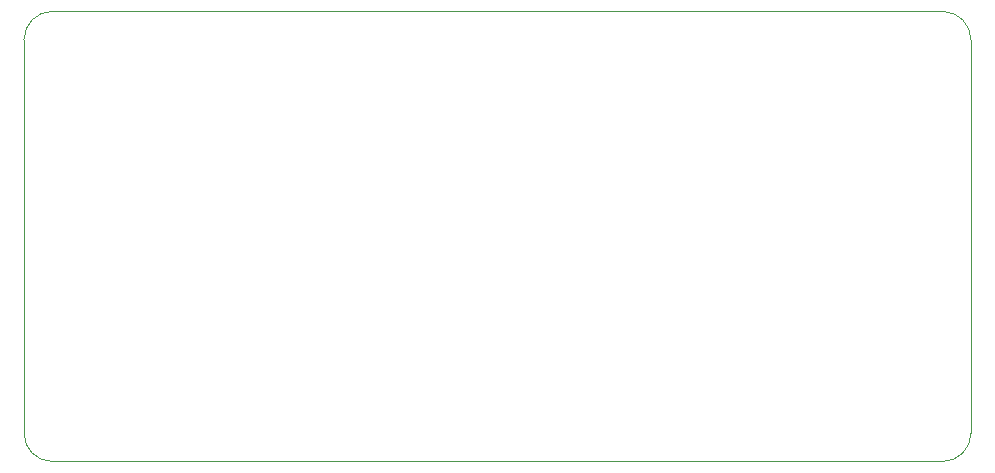
<source format=gbr>
G04 #@! TF.GenerationSoftware,KiCad,Pcbnew,(5.1.4)-1*
G04 #@! TF.CreationDate,2024-07-22T15:45:51+08:00*
G04 #@! TF.ProjectId,samo4k-pcb-test,73616d6f-346b-42d7-9063-622d74657374,rev?*
G04 #@! TF.SameCoordinates,Original*
G04 #@! TF.FileFunction,Profile,NP*
%FSLAX46Y46*%
G04 Gerber Fmt 4.6, Leading zero omitted, Abs format (unit mm)*
G04 Created by KiCad (PCBNEW (5.1.4)-1) date 2024-07-22 15:45:51*
%MOMM*%
%LPD*%
G04 APERTURE LIST*
%ADD10C,0.050000*%
G04 APERTURE END LIST*
D10*
X196056250Y-50800000D02*
X120650000Y-50800000D01*
X118268750Y-53181250D02*
G75*
G02X120650000Y-50800000I2381250J0D01*
G01*
X120650000Y-88900000D02*
G75*
G02X118268750Y-86518750I0J2381250D01*
G01*
X118268750Y-86518750D02*
X118268750Y-53181250D01*
X196056250Y-88900000D02*
X120650000Y-88900000D01*
X198437500Y-53181250D02*
X198437500Y-86518750D01*
X198437500Y-86518750D02*
G75*
G02X196056250Y-88900000I-2381250J0D01*
G01*
X196056250Y-50800000D02*
G75*
G02X198437500Y-53181250I0J-2381250D01*
G01*
M02*

</source>
